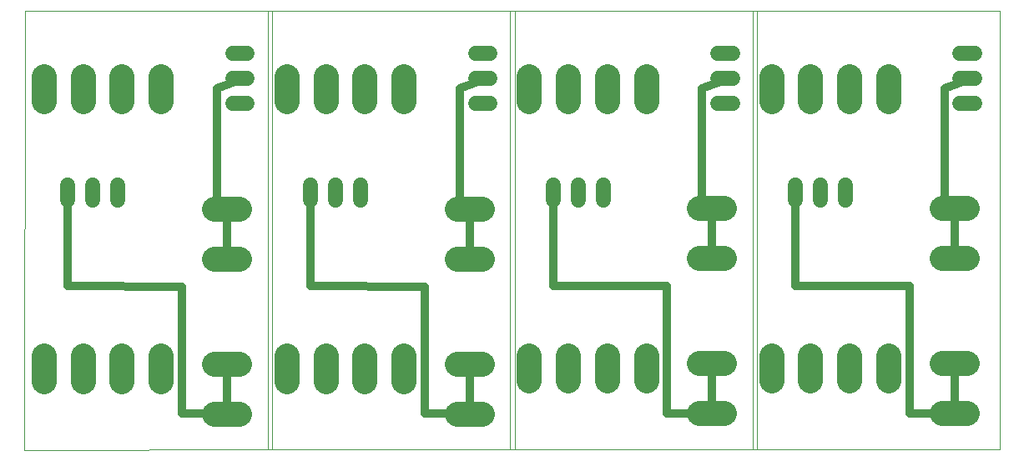
<source format=gbl>
G75*
%MOIN*%
%OFA0B0*%
%FSLAX25Y25*%
%IPPOS*%
%LPD*%
%AMOC8*
5,1,8,0,0,1.08239X$1,22.5*
%
%ADD10C,0.00000*%
%ADD11C,0.06000*%
%ADD12C,0.10039*%
%ADD13C,0.05937*%
%ADD14C,0.10000*%
%ADD15C,0.03200*%
D10*
X0001000Y0001000D02*
X0001200Y0176576D01*
X0099901Y0176576D01*
X0099901Y0001300D01*
X0001000Y0001000D01*
X0098213Y0001300D02*
X0098213Y0176576D01*
X0196914Y0176576D01*
X0196914Y0001300D01*
X0098213Y0001300D01*
X0195006Y0001370D02*
X0195006Y0176646D01*
X0293707Y0176646D01*
X0293707Y0001370D01*
X0195006Y0001370D01*
X0291809Y0001370D02*
X0291809Y0176646D01*
X0390510Y0176646D01*
X0390510Y0001370D01*
X0291809Y0001370D01*
D11*
X0308935Y0100929D02*
X0308935Y0106929D01*
X0318935Y0106929D02*
X0318935Y0100929D01*
X0328935Y0100929D02*
X0328935Y0106929D01*
X0232132Y0106929D02*
X0232132Y0100929D01*
X0222132Y0100929D02*
X0222132Y0106929D01*
X0212132Y0106929D02*
X0212132Y0100929D01*
X0135339Y0100859D02*
X0135339Y0106859D01*
X0125339Y0106859D02*
X0125339Y0100859D01*
X0115339Y0100859D02*
X0115339Y0106859D01*
X0038326Y0106859D02*
X0038326Y0100859D01*
X0028326Y0100859D02*
X0028326Y0106859D01*
X0018326Y0106859D02*
X0018326Y0100859D01*
D12*
X0024468Y0140217D02*
X0024468Y0150257D01*
X0040058Y0150257D02*
X0040058Y0140217D01*
X0055649Y0140217D02*
X0055649Y0150257D01*
X0008877Y0150257D02*
X0008877Y0140217D01*
X0105890Y0140217D02*
X0105890Y0150257D01*
X0121481Y0150257D02*
X0121481Y0140217D01*
X0137071Y0140217D02*
X0137071Y0150257D01*
X0152662Y0150257D02*
X0152662Y0140217D01*
X0202683Y0140287D02*
X0202683Y0150327D01*
X0218274Y0150327D02*
X0218274Y0140287D01*
X0233864Y0140287D02*
X0233864Y0150327D01*
X0249455Y0150327D02*
X0249455Y0140287D01*
X0299486Y0140287D02*
X0299486Y0150327D01*
X0315077Y0150327D02*
X0315077Y0140287D01*
X0330667Y0140287D02*
X0330667Y0150327D01*
X0346258Y0150327D02*
X0346258Y0140287D01*
X0346258Y0038516D02*
X0346258Y0028476D01*
X0330667Y0028476D02*
X0330667Y0038516D01*
X0315077Y0038516D02*
X0315077Y0028476D01*
X0299486Y0028476D02*
X0299486Y0038516D01*
X0249455Y0038516D02*
X0249455Y0028476D01*
X0233864Y0028476D02*
X0233864Y0038516D01*
X0218274Y0038516D02*
X0218274Y0028476D01*
X0202683Y0028476D02*
X0202683Y0038516D01*
X0152662Y0038446D02*
X0152662Y0028406D01*
X0137071Y0028406D02*
X0137071Y0038446D01*
X0121481Y0038446D02*
X0121481Y0028406D01*
X0105890Y0028406D02*
X0105890Y0038446D01*
X0055649Y0038446D02*
X0055649Y0028406D01*
X0040058Y0028406D02*
X0040058Y0038446D01*
X0024468Y0038446D02*
X0024468Y0028406D01*
X0008877Y0028406D02*
X0008877Y0038446D01*
D13*
X0084137Y0139450D02*
X0090074Y0139450D01*
X0090074Y0149450D02*
X0084137Y0149450D01*
X0084137Y0159450D02*
X0090074Y0159450D01*
X0181150Y0159450D02*
X0187087Y0159450D01*
X0187087Y0149450D02*
X0181150Y0149450D01*
X0181150Y0139450D02*
X0187087Y0139450D01*
X0277943Y0139520D02*
X0283880Y0139520D01*
X0283880Y0149520D02*
X0277943Y0149520D01*
X0277943Y0159520D02*
X0283880Y0159520D01*
X0374746Y0159520D02*
X0380683Y0159520D01*
X0380683Y0149520D02*
X0374746Y0149520D01*
X0374746Y0139520D02*
X0380683Y0139520D01*
D14*
X0377518Y0097488D02*
X0367518Y0097488D01*
X0367518Y0077488D02*
X0377518Y0077488D01*
X0377518Y0035488D02*
X0367518Y0035488D01*
X0367518Y0015488D02*
X0377518Y0015488D01*
X0280715Y0015488D02*
X0270715Y0015488D01*
X0270715Y0035488D02*
X0280715Y0035488D01*
X0280715Y0077488D02*
X0270715Y0077488D01*
X0270715Y0097488D02*
X0280715Y0097488D01*
X0183922Y0097418D02*
X0173922Y0097418D01*
X0173922Y0077418D02*
X0183922Y0077418D01*
X0183922Y0035418D02*
X0173922Y0035418D01*
X0173922Y0015418D02*
X0183922Y0015418D01*
X0086909Y0015418D02*
X0076909Y0015418D01*
X0076909Y0035418D02*
X0086909Y0035418D01*
X0086909Y0077418D02*
X0076909Y0077418D01*
X0076909Y0097418D02*
X0086909Y0097418D01*
D15*
X0083877Y0097757D02*
X0081909Y0097757D01*
X0081909Y0078072D01*
X0063883Y0066376D02*
X0063883Y0015700D01*
X0081909Y0015418D01*
X0081909Y0015080D02*
X0081909Y0034765D01*
X0063883Y0066376D02*
X0018337Y0066646D01*
X0018337Y0097394D01*
X0018326Y0103859D01*
X0077831Y0101669D02*
X0081600Y0097900D01*
X0081909Y0097418D01*
X0077831Y0101669D02*
X0077831Y0145637D01*
X0087000Y0148900D01*
X0087106Y0149450D01*
X0174844Y0145637D02*
X0174844Y0101669D01*
X0178613Y0097900D01*
X0178922Y0097418D01*
X0178922Y0097757D02*
X0178922Y0078072D01*
X0160896Y0066376D02*
X0160896Y0015700D01*
X0178922Y0015418D01*
X0178922Y0015080D02*
X0178922Y0034765D01*
X0160896Y0066376D02*
X0115350Y0066646D01*
X0115350Y0097394D01*
X0115339Y0103859D01*
X0178922Y0097757D02*
X0180890Y0097757D01*
X0212143Y0097464D02*
X0212132Y0103929D01*
X0212143Y0097464D02*
X0212143Y0066716D01*
X0257689Y0066446D01*
X0257689Y0015770D01*
X0275715Y0015488D01*
X0275715Y0015150D02*
X0275715Y0034835D01*
X0308946Y0066716D02*
X0354492Y0066446D01*
X0354492Y0015770D01*
X0372518Y0015488D01*
X0372518Y0015150D02*
X0372518Y0034835D01*
X0308946Y0066716D02*
X0308946Y0097464D01*
X0308935Y0103929D01*
X0277683Y0097827D02*
X0275715Y0097827D01*
X0275715Y0078142D01*
X0275715Y0097488D02*
X0275406Y0097970D01*
X0271637Y0101739D01*
X0271637Y0145707D01*
X0280806Y0148970D01*
X0280911Y0149520D01*
X0368440Y0145707D02*
X0368440Y0101739D01*
X0372209Y0097970D01*
X0372518Y0097488D01*
X0372518Y0097827D02*
X0372518Y0078142D01*
X0372518Y0097827D02*
X0374486Y0097827D01*
X0368440Y0145707D02*
X0377609Y0148970D01*
X0377714Y0149520D01*
X0184119Y0149450D02*
X0184013Y0148900D01*
X0174844Y0145637D01*
M02*

</source>
